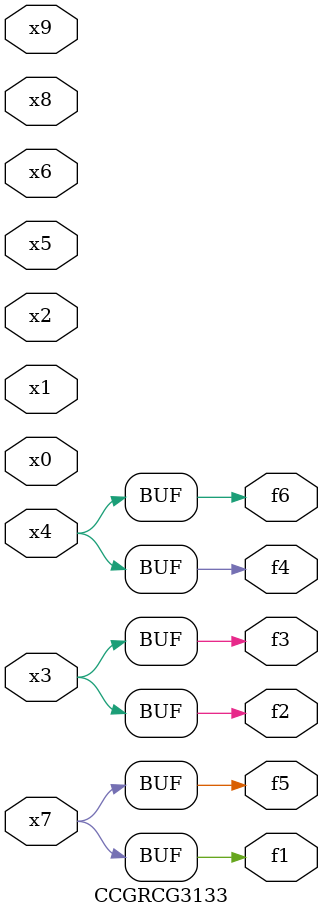
<source format=v>
module CCGRCG3133(
	input x0, x1, x2, x3, x4, x5, x6, x7, x8, x9,
	output f1, f2, f3, f4, f5, f6
);
	assign f1 = x7;
	assign f2 = x3;
	assign f3 = x3;
	assign f4 = x4;
	assign f5 = x7;
	assign f6 = x4;
endmodule

</source>
